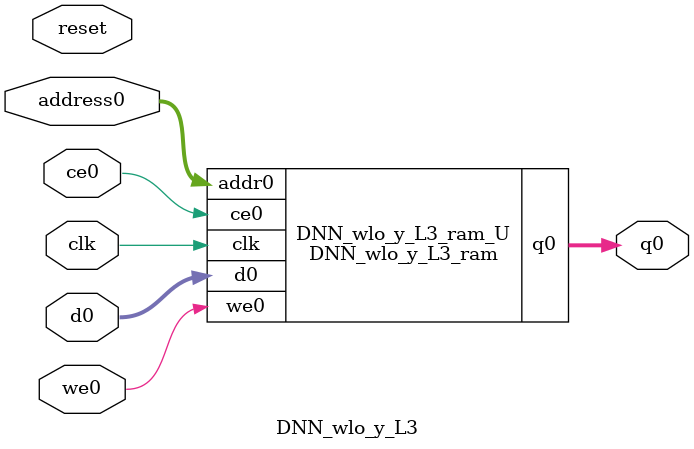
<source format=v>
`timescale 1 ns / 1 ps
module DNN_wlo_y_L3_ram (addr0, ce0, d0, we0, q0,  clk);

parameter DWIDTH = 16;
parameter AWIDTH = 7;
parameter MEM_SIZE = 104;

input[AWIDTH-1:0] addr0;
input ce0;
input[DWIDTH-1:0] d0;
input we0;
output reg[DWIDTH-1:0] q0;
input clk;

(* ram_style = "block" *)reg [DWIDTH-1:0] ram[0:MEM_SIZE-1];




always @(posedge clk)  
begin 
    if (ce0) 
    begin
        if (we0) 
        begin 
            ram[addr0] <= d0; 
        end 
        q0 <= ram[addr0];
    end
end


endmodule

`timescale 1 ns / 1 ps
module DNN_wlo_y_L3(
    reset,
    clk,
    address0,
    ce0,
    we0,
    d0,
    q0);

parameter DataWidth = 32'd16;
parameter AddressRange = 32'd104;
parameter AddressWidth = 32'd7;
input reset;
input clk;
input[AddressWidth - 1:0] address0;
input ce0;
input we0;
input[DataWidth - 1:0] d0;
output[DataWidth - 1:0] q0;



DNN_wlo_y_L3_ram DNN_wlo_y_L3_ram_U(
    .clk( clk ),
    .addr0( address0 ),
    .ce0( ce0 ),
    .we0( we0 ),
    .d0( d0 ),
    .q0( q0 ));

endmodule


</source>
